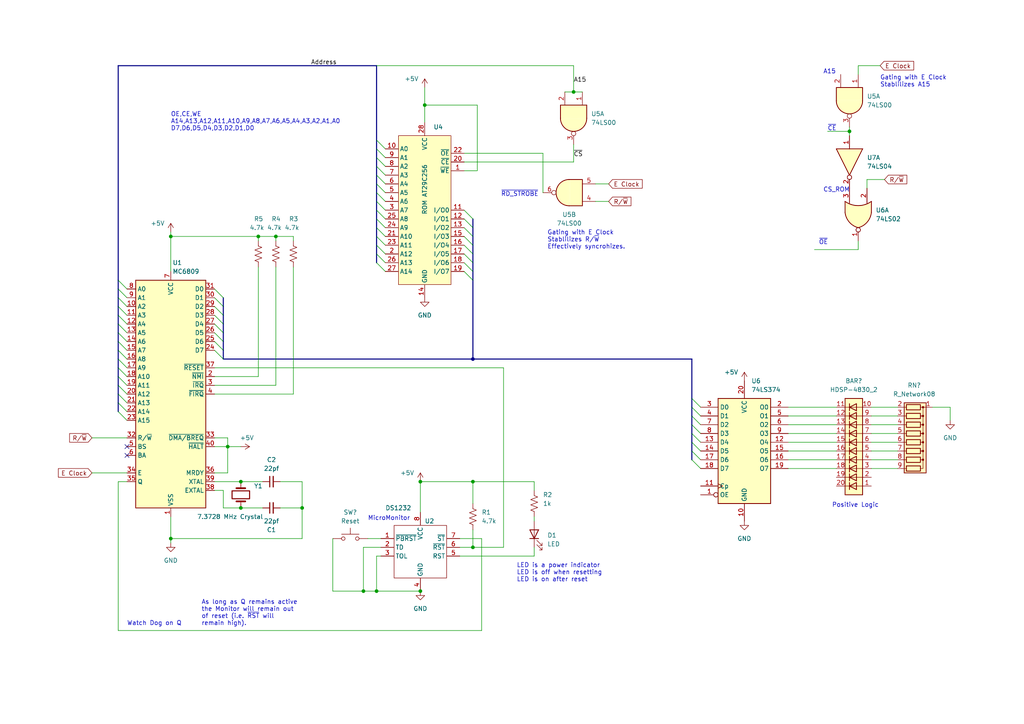
<source format=kicad_sch>
(kicad_sch (version 20211123) (generator eeschema)
  (paper "A4")
  (title_block (title "ROM Test"))
  (lib_symbols
    (symbol "74xx:74LS00" (pin_names (offset 1.016))
      (property "Reference" "U" (at 0 1.27 0))
      (property "Value" "74LS00" (at 0 -1.27 0))
      (symbol "74LS00_1_1"
        (pin input line (at -7.62 2.54 0) (length 3.81) (name "~") (number "1"))
        (pin input line (at -7.62 -2.54 0) (length 3.81) (name "~") (number "2"))
        (pin output inverted (at 7.62 0 180) (length 3.81) (name "~") (number "3"))
      )
      (symbol "74LS00_1_2"
        (pin input inverted (at -7.62 2.54 0) (length 4.318) (name "~") (number "1"))
        (pin input inverted (at -7.62 -2.54 0) (length 4.318) (name "~") (number "2"))
        (pin output line (at 7.62 0 180) (length 3.81) (name "~") (number "3"))
      )
      (symbol "74LS00_2_1"
        (pin input line (at -7.62 2.54 0) (length 3.81) (name "~") (number "4"))
        (pin input line (at -7.62 -2.54 0) (length 3.81) (name "~") (number "5"))
        (pin output inverted (at 7.62 0 180) (length 3.81) (name "~") (number "6"))
      )
      (symbol "74LS00_2_2"
        (pin input inverted (at -7.62 2.54 0) (length 4.318) (name "~") (number "4"))
        (pin input inverted (at -7.62 -2.54 0) (length 4.318) (name "~") (number "5"))
        (pin output line (at 7.62 0 180) (length 3.81) (name "~") (number "6"))
      )
      (symbol "74LS00_3_1"
        (pin input line (at -7.62 -2.54 0) (length 3.81) (name "~") (number "10"))
        (pin output inverted (at 7.62 0 180) (length 3.81) (name "~") (number "8"))
        (pin input line (at -7.62 2.54 0) (length 3.81) (name "~") (number "9"))
      )
      (symbol "74LS00_3_2"
        (pin input inverted (at -7.62 -2.54 0) (length 4.318) (name "~") (number "10"))
        (pin output line (at 7.62 0 180) (length 3.81) (name "~") (number "8"))
        (pin input inverted (at -7.62 2.54 0) (length 4.318) (name "~") (number "9"))
      )
      (symbol "74LS00_4_1"
        (pin output inverted (at 7.62 0 180) (length 3.81) (name "~") (number "11"))
        (pin input line (at -7.62 2.54 0) (length 3.81) (name "~") (number "12"))
        (pin input line (at -7.62 -2.54 0) (length 3.81) (name "~") (number "13"))
      )
      (symbol "74LS00_4_2"
        (pin output line (at 7.62 0 180) (length 3.81) (name "~") (number "11"))
        (pin input inverted (at -7.62 2.54 0) (length 4.318) (name "~") (number "12"))
        (pin input inverted (at -7.62 -2.54 0) (length 4.318) (name "~") (number "13"))
      )
      (symbol "74LS00_5_0"
        (pin power_in line (at 0 12.7 270) (length 5.08) (name "VCC") (number "14"))
        (pin power_in line (at 0 -12.7 90) (length 5.08) (name "GND") (number "7"))
      )
    )
    (symbol "74xx:74LS02" (pin_names (offset 1.016))
      (property "Reference" "U" (at 0 1.27 0))
      (property "Value" "74LS02" (at 0 -1.27 0))
      (symbol "74LS02_1_1"
        (pin output inverted (at 7.62 0 180) (length 3.81) (name "~") (number "1"))
        (pin input line (at -7.62 2.54 0) (length 4.318) (name "~") (number "2"))
        (pin input line (at -7.62 -2.54 0) (length 4.318) (name "~") (number "3"))
      )
      (symbol "74LS02_1_2"
        (pin output line (at 7.62 0 180) (length 3.81) (name "~") (number "1"))
        (pin input inverted (at -7.62 2.54 0) (length 3.81) (name "~") (number "2"))
        (pin input inverted (at -7.62 -2.54 0) (length 3.81) (name "~") (number "3"))
      )
      (symbol "74LS02_2_1"
        (pin output inverted (at 7.62 0 180) (length 3.81) (name "~") (number "4"))
        (pin input line (at -7.62 2.54 0) (length 4.318) (name "~") (number "5"))
        (pin input line (at -7.62 -2.54 0) (length 4.318) (name "~") (number "6"))
      )
      (symbol "74LS02_2_2"
        (pin output line (at 7.62 0 180) (length 3.81) (name "~") (number "4"))
        (pin input inverted (at -7.62 2.54 0) (length 3.81) (name "~") (number "5"))
        (pin input inverted (at -7.62 -2.54 0) (length 3.81) (name "~") (number "6"))
      )
      (symbol "74LS02_3_1"
        (pin output inverted (at 7.62 0 180) (length 3.81) (name "~") (number "10"))
        (pin input line (at -7.62 2.54 0) (length 4.318) (name "~") (number "8"))
        (pin input line (at -7.62 -2.54 0) (length 4.318) (name "~") (number "9"))
      )
      (symbol "74LS02_3_2"
        (pin output line (at 7.62 0 180) (length 3.81) (name "~") (number "10"))
        (pin input inverted (at -7.62 2.54 0) (length 3.81) (name "~") (number "8"))
        (pin input inverted (at -7.62 -2.54 0) (length 3.81) (name "~") (number "9"))
      )
      (symbol "74LS02_4_1"
        (pin input line (at -7.62 2.54 0) (length 4.318) (name "~") (number "11"))
        (pin input line (at -7.62 -2.54 0) (length 4.318) (name "~") (number "12"))
        (pin output inverted (at 7.62 0 180) (length 3.81) (name "~") (number "13"))
      )
      (symbol "74LS02_4_2"
        (pin input inverted (at -7.62 2.54 0) (length 3.81) (name "~") (number "11"))
        (pin input inverted (at -7.62 -2.54 0) (length 3.81) (name "~") (number "12"))
        (pin output line (at 7.62 0 180) (length 3.81) (name "~") (number "13"))
      )
      (symbol "74LS02_5_0"
        (pin power_in line (at 0 12.7 270) (length 5.08) (name "VCC") (number "14"))
        (pin power_in line (at 0 -12.7 90) (length 5.08) (name "GND") (number "7"))
      )
    )
    (symbol "74xx:74LS04"
      (property "Reference" "U" (at 0 1.27 0))
      (property "Value" "74LS04" (at 0 -1.27 0))
      (symbol "74LS04_1_0"
        (pin input line (at -7.62 0 0) (length 3.81) (name "~") (number "1"))
        (pin output inverted (at 7.62 0 180) (length 3.81) (name "~") (number "2"))
      )
      (symbol "74LS04_2_0"
        (pin input line (at -7.62 0 0) (length 3.81) (name "~") (number "3"))
        (pin output inverted (at 7.62 0 180) (length 3.81) (name "~") (number "4"))
      )
      (symbol "74LS04_3_0"
        (pin input line (at -7.62 0 0) (length 3.81) (name "~") (number "5"))
        (pin output inverted (at 7.62 0 180) (length 3.81) (name "~") (number "6"))
      )
      (symbol "74LS04_4_0"
        (pin output inverted (at 7.62 0 180) (length 3.81) (name "~") (number "8"))
        (pin input line (at -7.62 0 0) (length 3.81) (name "~") (number "9"))
      )
      (symbol "74LS04_5_0"
        (pin output inverted (at 7.62 0 180) (length 3.81) (name "~") (number "10"))
        (pin input line (at -7.62 0 0) (length 3.81) (name "~") (number "11"))
      )
      (symbol "74LS04_6_0"
        (pin output inverted (at 7.62 0 180) (length 3.81) (name "~") (number "12"))
        (pin input line (at -7.62 0 0) (length 3.81) (name "~") (number "13"))
      )
      (symbol "74LS04_7_0"
        (pin power_in line (at 0 12.7 270) (length 5.08) (name "VCC") (number "14"))
        (pin power_in line (at 0 -12.7 90) (length 5.08) (name "GND") (number "7"))
      )
    )
    (symbol "74xx:74LS374"
      (property "Reference" "U" (at -7.62 16.51 0))
      (property "Value" "74LS374" (at -7.62 -16.51 0))
      (symbol "74LS374_1_0"
        (pin input inverted (at -12.7 -12.7 0) (length 5.08) (name "OE") (number "1"))
        (pin power_in line (at 0 -20.32 90) (length 5.08) (name "GND") (number "10"))
        (pin input clock (at -12.7 -10.16 0) (length 5.08) (name "Cp") (number "11"))
        (pin tri_state line (at 12.7 2.54 180) (length 5.08) (name "O4") (number "12"))
        (pin input line (at -12.7 2.54 0) (length 5.08) (name "D4") (number "13"))
        (pin input line (at -12.7 0 0) (length 5.08) (name "D5") (number "14"))
        (pin tri_state line (at 12.7 0 180) (length 5.08) (name "O5") (number "15"))
        (pin tri_state line (at 12.7 -2.54 180) (length 5.08) (name "O6") (number "16"))
        (pin input line (at -12.7 -2.54 0) (length 5.08) (name "D6") (number "17"))
        (pin input line (at -12.7 -5.08 0) (length 5.08) (name "D7") (number "18"))
        (pin tri_state line (at 12.7 -5.08 180) (length 5.08) (name "O7") (number "19"))
        (pin tri_state line (at 12.7 12.7 180) (length 5.08) (name "O0") (number "2"))
        (pin power_in line (at 0 20.32 270) (length 5.08) (name "VCC") (number "20"))
        (pin input line (at -12.7 12.7 0) (length 5.08) (name "D0") (number "3"))
        (pin input line (at -12.7 10.16 0) (length 5.08) (name "D1") (number "4"))
        (pin tri_state line (at 12.7 10.16 180) (length 5.08) (name "O1") (number "5"))
        (pin tri_state line (at 12.7 7.62 180) (length 5.08) (name "O2") (number "6"))
        (pin input line (at -12.7 7.62 0) (length 5.08) (name "D2") (number "7"))
        (pin input line (at -12.7 5.08 0) (length 5.08) (name "D3") (number "8"))
        (pin tri_state line (at 12.7 5.08 180) (length 5.08) (name "O3") (number "9"))
      )
    )
    (symbol "CPU_NXP_6800:MC6809"
      (property "Reference" "U" (at -7.62 34.29 0))
      (property "Value" "MC6809" (at 10.16 34.29 0))
      (symbol "MC6809_1_1"
        (pin power_in line (at 0 -35.56 90) (length 2.54) (name "VSS") (number "1"))
        (pin output line (at 12.7 25.4 180) (length 2.54) (name "A2") (number "10"))
        (pin output line (at 12.7 22.86 180) (length 2.54) (name "A3") (number "11"))
        (pin output line (at 12.7 20.32 180) (length 2.54) (name "A4") (number "12"))
        (pin output line (at 12.7 17.78 180) (length 2.54) (name "A5") (number "13"))
        (pin output line (at 12.7 15.24 180) (length 2.54) (name "A6") (number "14"))
        (pin output line (at 12.7 12.7 180) (length 2.54) (name "A7") (number "15"))
        (pin output line (at 12.7 10.16 180) (length 2.54) (name "A8") (number "16"))
        (pin output line (at 12.7 7.62 180) (length 2.54) (name "A9") (number "17"))
        (pin output line (at 12.7 5.08 180) (length 2.54) (name "A10") (number "18"))
        (pin output line (at 12.7 2.54 180) (length 2.54) (name "A11") (number "19"))
        (pin input line (at -12.7 5.08 0) (length 2.54) (name "~{NMI}") (number "2"))
        (pin output line (at 12.7 0 180) (length 2.54) (name "A12") (number "20"))
        (pin output line (at 12.7 -2.54 180) (length 2.54) (name "A13") (number "21"))
        (pin output line (at 12.7 -5.08 180) (length 2.54) (name "A14") (number "22"))
        (pin output line (at 12.7 -7.62 180) (length 2.54) (name "A15") (number "23"))
        (pin bidirectional line (at -12.7 12.7 0) (length 2.54) (name "D7") (number "24"))
        (pin bidirectional line (at -12.7 15.24 0) (length 2.54) (name "D6") (number "25"))
        (pin bidirectional line (at -12.7 17.78 0) (length 2.54) (name "D5") (number "26"))
        (pin bidirectional line (at -12.7 20.32 0) (length 2.54) (name "D4") (number "27"))
        (pin bidirectional line (at -12.7 22.86 0) (length 2.54) (name "D3") (number "28"))
        (pin bidirectional line (at -12.7 25.4 0) (length 2.54) (name "D2") (number "29"))
        (pin input line (at -12.7 2.54 0) (length 2.54) (name "~{IRQ}") (number "3"))
        (pin bidirectional line (at -12.7 27.94 0) (length 2.54) (name "D1") (number "30"))
        (pin bidirectional line (at -12.7 30.48 0) (length 2.54) (name "D0") (number "31"))
        (pin output line (at 12.7 -12.7 180) (length 2.54) (name "R/~{W}") (number "32"))
        (pin input line (at -12.7 -12.7 0) (length 2.54) (name "~{DMA/BREQ}") (number "33"))
        (pin output line (at 12.7 -22.86 180) (length 2.54) (name "E") (number "34"))
        (pin output line (at 12.7 -25.4 180) (length 2.54) (name "Q") (number "35"))
        (pin input line (at -12.7 -22.86 0) (length 2.54) (name "MRDY") (number "36"))
        (pin input line (at -12.7 7.62 0) (length 2.54) (name "~{RESET}") (number "37"))
        (pin input line (at -12.7 -27.94 0) (length 2.54) (name "EXTAL") (number "38"))
        (pin input line (at -12.7 -25.4 0) (length 2.54) (name "XTAL") (number "39"))
        (pin input line (at -12.7 0 0) (length 2.54) (name "~{FIRQ}") (number "4"))
        (pin input line (at -12.7 -15.24 0) (length 2.54) (name "~{HALT}") (number "40"))
        (pin output line (at 12.7 -15.24 180) (length 2.54) (name "BS") (number "5"))
        (pin output line (at 12.7 -17.78 180) (length 2.54) (name "BA") (number "6"))
        (pin power_in line (at 0 35.56 270) (length 2.54) (name "VCC") (number "7"))
        (pin output line (at 12.7 30.48 180) (length 2.54) (name "A0") (number "8"))
        (pin output line (at 12.7 27.94 180) (length 2.54) (name "A1") (number "9"))
      )
    )
    (symbol "Device:C_Small" (pin_numbers hide) (pin_names (offset 0.254) hide)
      (property "Reference" "C" (at 0.254 1.778 0))
      (property "Value" "C_Small" (at 0.254 -2.032 0))
      (symbol "C_Small_1_1"
        (pin passive line (at 0 2.54 270) (length 2.032) (name "~") (number "1"))
        (pin passive line (at 0 -2.54 90) (length 2.032) (name "~") (number "2"))
      )
    )
    (symbol "Device:Crystal" (pin_numbers hide) (pin_names (offset 1.016) hide)
      (property "Reference" "Y" (at 0 3.81 0))
      (property "Value" "Crystal" (at 0 -3.81 0))
      (symbol "Crystal_1_1"
        (pin passive line (at -3.81 0 0) (length 1.27) (name "1") (number "1"))
        (pin passive line (at 3.81 0 180) (length 1.27) (name "2") (number "2"))
      )
    )
    (symbol "Device:LED" (pin_numbers hide) (pin_names (offset 1.016) hide)
      (property "Reference" "D" (at 0 2.54 0))
      (property "Value" "LED" (at 0 -2.54 0))
      (symbol "LED_1_1"
        (pin passive line (at -3.81 0 0) (length 2.54) (name "K") (number "1"))
        (pin passive line (at 3.81 0 180) (length 2.54) (name "A") (number "2"))
      )
    )
    (symbol "Device:R_Network08" (pin_names (offset 0) hide)
      (property "Reference" "RN" (at -12.7 0 90))
      (property "Value" "R_Network08" (at 10.16 0 90))
      (symbol "R_Network08_1_1"
        (pin passive line (at -10.16 5.08 270) (length 2.54) (name "common") (number "1"))
        (pin passive line (at -10.16 -5.08 90) (length 1.27) (name "R1") (number "2"))
        (pin passive line (at -7.62 -5.08 90) (length 1.27) (name "R2") (number "3"))
        (pin passive line (at -5.08 -5.08 90) (length 1.27) (name "R3") (number "4"))
        (pin passive line (at -2.54 -5.08 90) (length 1.27) (name "R4") (number "5"))
        (pin passive line (at 0 -5.08 90) (length 1.27) (name "R5") (number "6"))
        (pin passive line (at 2.54 -5.08 90) (length 1.27) (name "R6") (number "7"))
        (pin passive line (at 5.08 -5.08 90) (length 1.27) (name "R7") (number "8"))
        (pin passive line (at 7.62 -5.08 90) (length 1.27) (name "R8") (number "9"))
      )
    )
    (symbol "Device:R_US" (pin_numbers hide) (pin_names (offset 0))
      (property "Reference" "R" (at 2.54 0 90))
      (property "Value" "R_US" (at -2.54 0 90))
      (symbol "R_US_1_1"
        (pin passive line (at 0 3.81 270) (length 1.27) (name "~") (number "1"))
        (pin passive line (at 0 -3.81 90) (length 1.27) (name "~") (number "2"))
      )
    )
    (symbol "LED:HDSP-4830_2" (pin_names (offset 1.016) hide)
      (property "Reference" "BAR" (at 0 15.24 0))
      (property "Value" "HDSP-4830_2" (at 0 -17.78 0))
      (symbol "HDSP-4830_2_1_1"
        (pin passive line (at -5.08 10.16 0) (length 2.54) (name "A") (number "1"))
        (pin passive line (at -5.08 -12.7 0) (length 2.54) (name "A") (number "10"))
        (pin passive line (at 5.08 -12.7 180) (length 2.54) (name "K") (number "11"))
        (pin passive line (at 5.08 -10.16 180) (length 2.54) (name "K") (number "12"))
        (pin passive line (at 5.08 -7.62 180) (length 2.54) (name "K") (number "13"))
        (pin passive line (at 5.08 -5.08 180) (length 2.54) (name "K") (number "14"))
        (pin passive line (at 5.08 -2.54 180) (length 2.54) (name "K") (number "15"))
        (pin passive line (at 5.08 0 180) (length 2.54) (name "K") (number "16"))
        (pin passive line (at 5.08 2.54 180) (length 2.54) (name "K") (number "17"))
        (pin passive line (at 5.08 5.08 180) (length 2.54) (name "K") (number "18"))
        (pin passive line (at 5.08 7.62 180) (length 2.54) (name "K") (number "19"))
        (pin passive line (at -5.08 7.62 0) (length 2.54) (name "A") (number "2"))
        (pin passive line (at 5.08 10.16 180) (length 2.54) (name "K") (number "20"))
        (pin passive line (at -5.08 5.08 0) (length 2.54) (name "A") (number "3"))
        (pin passive line (at -5.08 2.54 0) (length 2.54) (name "A") (number "4"))
        (pin passive line (at -5.08 0 0) (length 2.54) (name "A") (number "5"))
        (pin passive line (at -5.08 -2.54 0) (length 2.54) (name "A") (number "6"))
        (pin passive line (at -5.08 -5.08 0) (length 2.54) (name "A") (number "7"))
        (pin passive line (at -5.08 -7.62 0) (length 2.54) (name "A") (number "8"))
        (pin passive line (at -5.08 -10.16 0) (length 2.54) (name "A") (number "9"))
      )
    )
    (symbol "Switch:SW_Push" (pin_numbers hide) (pin_names (offset 1.016) hide)
      (property "Reference" "SW" (at 1.27 2.54 0))
      (property "Value" "SW_Push" (at 0 -1.524 0))
      (symbol "SW_Push_0_1"
        (pin passive line (at -5.08 0 0) (length 2.54) (name "1") (number "1"))
        (pin passive line (at 5.08 0 180) (length 2.54) (name "2") (number "2"))
      )
    )
    (symbol "Will_Symbols:AT29C256"
      (property "Reference" "U" (at 2.54 20.32 0))
      (property "Value" "AT29C256" (at 0 0 90))
      (symbol "AT29C256_1_1"
        (pin input line (at 11.43 8.89 180) (length 3.7) (name "~{WE}") (number "1"))
        (pin input line (at -11.43 15.24 0) (length 3.7) (name "A0") (number "10"))
        (pin bidirectional line (at 11.43 -2.54 180) (length 3.7) (name "I/O0") (number "11"))
        (pin bidirectional line (at 11.43 -5.08 180) (length 3.7) (name "I/O1") (number "12"))
        (pin bidirectional line (at 11.43 -7.62 180) (length 3.7) (name "I/O2") (number "13"))
        (pin power_in line (at 0 -27.94 90) (length 3.7) (name "GND") (number "14"))
        (pin bidirectional line (at 11.43 -10.16 180) (length 3.7) (name "I/O3") (number "15"))
        (pin bidirectional line (at 11.43 -12.7 180) (length 3.7) (name "I/O4") (number "16"))
        (pin bidirectional line (at 11.43 -15.24 180) (length 3.7) (name "I/O5") (number "17"))
        (pin bidirectional line (at 11.43 -17.78 180) (length 3.7) (name "I/O6") (number "18"))
        (pin bidirectional line (at 11.43 -20.32 180) (length 3.7) (name "I/O7") (number "19"))
        (pin input line (at -11.43 -15.24 0) (length 3.7) (name "A12") (number "2"))
        (pin input line (at 11.43 11.43 180) (length 3.7) (name "~{CE}") (number "20"))
        (pin input line (at -11.43 -10.16 0) (length 3.7) (name "A10") (number "21"))
        (pin input line (at 11.43 13.97 180) (length 3.7) (name "~{OE}") (number "22"))
        (pin input line (at -11.43 -12.7 0) (length 3.7) (name "A11") (number "23"))
        (pin input line (at -11.43 -7.62 0) (length 3.7) (name "A9") (number "24"))
        (pin input line (at -11.43 -5.08 0) (length 3.7) (name "A8") (number "25"))
        (pin input line (at -11.43 -17.78 0) (length 3.7) (name "A13") (number "26"))
        (pin input line (at -11.43 -20.32 0) (length 3.7) (name "A14") (number "27"))
        (pin power_in line (at 0 22.86 270) (length 3.7) (name "VCC") (number "28"))
        (pin input line (at -11.43 -2.54 0) (length 3.7) (name "A7") (number "3"))
        (pin input line (at -11.43 0 0) (length 3.7) (name "A6") (number "4"))
        (pin input line (at -11.43 2.54 0) (length 3.7) (name "A5") (number "5"))
        (pin input line (at -11.43 5.08 0) (length 3.7) (name "A4") (number "6"))
        (pin input line (at -11.43 7.62 0) (length 3.7) (name "A3") (number "7"))
        (pin input line (at -11.43 10.16 0) (length 3.7) (name "A2") (number "8"))
        (pin input line (at -11.43 12.7 0) (length 3.7) (name "A1") (number "9"))
      )
    )
    (symbol "Will_Symbols:DS1232"
      (property "Reference" "U" (at 3.81 12.7 0))
      (property "Value" "DS1232" (at 6.35 10.16 0))
      (symbol "DS1232_1_1"
        (pin input line (at -11.43 3.81 0) (length 3.7) (name "~{PBRST}") (number "1"))
        (pin passive line (at -11.43 1.27 0) (length 3.7) (name "TD") (number "2"))
        (pin passive line (at -11.43 -1.27 0) (length 3.7) (name "TOL") (number "3"))
        (pin power_in line (at 0 -11.43 90) (length 3.7) (name "GND") (number "4"))
        (pin output line (at 11.43 -1.27 180) (length 3.7) (name "RST") (number "5"))
        (pin output line (at 11.43 1.27 180) (length 3.7) (name "~{RST}") (number "6"))
        (pin input line (at 11.43 3.81 180) (length 3.7) (name "~{ST}") (number "7"))
        (pin power_in line (at 0 11.43 270) (length 3.7) (name "VCC") (number "8"))
      )
    )
    (symbol "power:+5V" (power) (pin_names (offset 0))
      (property "Value" "+5V" (at 0 3.556 0))
      (symbol "+5V_1_1"
        (pin power_in line (at 0 0 90) (length 0) hide (name "+5V") (number "1"))
      )
    )
    (symbol "power:GND" (power) (pin_names (offset 0))
      (property "Value" "GND" (at 0 -3.81 0))
      (symbol "GND_1_1"
        (pin power_in line (at 0 0 270) (length 0) hide (name "GND") (number "1"))
      )
    )
  )
  (junction (at 246.38 38.1))
  (junction (at 66.04 129.54))
  (junction (at 69.85 139.7))
  (junction (at 87.63 147.32))
  (junction (at 74.93 68.58))
  (junction (at 137.16 158.75))
  (junction (at 49.53 156.21))
  (junction (at 121.92 171.45))
  (junction (at 137.16 104.14))
  (junction (at 49.53 68.58))
  (junction (at 121.92 139.7))
  (junction (at 105.41 171.45))
  (junction (at 109.22 171.45))
  (junction (at 137.16 139.7))
  (junction (at 69.85 147.32))
  (junction (at 123.19 30.48))
  (junction (at 166.37 26.67))
  (junction (at 80.01 68.58))
  (no_connect (at 36.83 132.08))
  (no_connect (at 36.83 129.54))
  (bus_entry (at 34.29 119.38) (size 2.54 2.54))
  (bus_entry (at 34.29 88.9) (size 2.54 2.54))
  (bus_entry (at 34.29 91.44) (size 2.54 2.54))
  (bus_entry (at 34.29 93.98) (size 2.54 2.54))
  (bus_entry (at 34.29 96.52) (size 2.54 2.54))
  (bus_entry (at 34.29 99.06) (size 2.54 2.54))
  (bus_entry (at 34.29 104.14) (size 2.54 2.54))
  (bus_entry (at 34.29 106.68) (size 2.54 2.54))
  (bus_entry (at 34.29 109.22) (size 2.54 2.54))
  (bus_entry (at 34.29 111.76) (size 2.54 2.54))
  (bus_entry (at 34.29 114.3) (size 2.54 2.54))
  (bus_entry (at 34.29 116.84) (size 2.54 2.54))
  (bus_entry (at 34.29 101.6) (size 2.54 2.54))
  (bus_entry (at 34.29 86.36) (size 2.54 2.54))
  (bus_entry (at 109.22 60.96) (size 2.54 2.54))
  (bus_entry (at 109.22 63.5) (size 2.54 2.54))
  (bus_entry (at 109.22 66.04) (size 2.54 2.54))
  (bus_entry (at 109.22 68.58) (size 2.54 2.54))
  (bus_entry (at 109.22 71.12) (size 2.54 2.54))
  (bus_entry (at 34.29 81.28) (size 2.54 2.54))
  (bus_entry (at 34.29 83.82) (size 2.54 2.54))
  (bus_entry (at 109.22 48.26) (size 2.54 2.54))
  (bus_entry (at 109.22 50.8) (size 2.54 2.54))
  (bus_entry (at 109.22 53.34) (size 2.54 2.54))
  (bus_entry (at 109.22 55.88) (size 2.54 2.54))
  (bus_entry (at 109.22 58.42) (size 2.54 2.54))
  (bus_entry (at 109.22 76.2) (size 2.54 2.54))
  (bus_entry (at 109.22 73.66) (size 2.54 2.54))
  (bus_entry (at 109.22 40.64) (size 2.54 2.54))
  (bus_entry (at 109.22 43.18) (size 2.54 2.54))
  (bus_entry (at 109.22 45.72) (size 2.54 2.54))
  (bus_entry (at 134.62 60.96) (size 2.54 2.54))
  (bus_entry (at 134.62 63.5) (size 2.54 2.54))
  (bus_entry (at 134.62 66.04) (size 2.54 2.54))
  (bus_entry (at 134.62 68.58) (size 2.54 2.54))
  (bus_entry (at 134.62 71.12) (size 2.54 2.54))
  (bus_entry (at 134.62 73.66) (size 2.54 2.54))
  (bus_entry (at 134.62 76.2) (size 2.54 2.54))
  (bus_entry (at 134.62 78.74) (size 2.54 2.54))
  (bus_entry (at 64.77 104.14) (size -2.54 -2.54))
  (bus_entry (at 64.77 91.44) (size -2.54 -2.54))
  (bus_entry (at 64.77 86.36) (size -2.54 -2.54))
  (bus_entry (at 64.77 88.9) (size -2.54 -2.54))
  (bus_entry (at 64.77 93.98) (size -2.54 -2.54))
  (bus_entry (at 64.77 99.06) (size -2.54 -2.54))
  (bus_entry (at 64.77 101.6) (size -2.54 -2.54))
  (bus_entry (at 64.77 96.52) (size -2.54 -2.54))
  (bus_entry (at 200.66 120.65) (size 2.54 2.54))
  (bus_entry (at 200.66 125.73) (size 2.54 2.54))
  (bus_entry (at 200.66 128.27) (size 2.54 2.54))
  (bus_entry (at 200.66 130.81) (size 2.54 2.54))
  (bus_entry (at 200.66 133.35) (size 2.54 2.54))
  (bus_entry (at 200.66 123.19) (size 2.54 2.54))
  (bus_entry (at 200.66 115.57) (size 2.54 2.54))
  (bus_entry (at 200.66 118.11) (size 2.54 2.54))
  (wire (pts (xy 252.73 128.27) (xy 260.35 128.27)))
  (bus (pts (xy 200.66 118.11) (xy 200.66 120.65)))
  (wire (pts (xy 154.94 142.24) (xy 154.94 139.7)))
  (wire (pts (xy 110.49 161.29) (xy 109.22 161.29)))
  (wire (pts (xy 62.23 129.54) (xy 66.04 129.54)))
  (wire (pts (xy 252.73 135.89) (xy 260.35 135.89)))
  (bus (pts (xy 109.22 55.88) (xy 109.22 58.42)))
  (wire (pts (xy 228.6 125.73) (xy 242.57 125.73)))
  (bus (pts (xy 137.16 76.2) (xy 137.16 78.74)))
  (bus (pts (xy 34.29 109.22) (xy 34.29 106.68)))
  (wire (pts (xy 62.23 137.16) (xy 66.04 137.16)))
  (wire (pts (xy 139.7 182.88) (xy 139.7 156.21)))
  (wire (pts (xy 252.73 130.81) (xy 260.35 130.81)))
  (wire (pts (xy 154.94 161.29) (xy 133.35 161.29)))
  (bus (pts (xy 200.66 104.14) (xy 200.66 115.57)))
  (wire (pts (xy 134.62 46.99) (xy 166.37 46.99)))
  (bus (pts (xy 109.22 58.42) (xy 109.22 60.96)))
  (bus (pts (xy 64.77 88.9) (xy 64.77 91.44)))
  (bus (pts (xy 34.29 111.76) (xy 34.29 109.22)))
  (bus (pts (xy 34.29 116.84) (xy 34.29 114.3)))
  (bus (pts (xy 64.77 91.44) (xy 64.77 93.98)))
  (wire (pts (xy 176.53 53.34) (xy 172.72 53.34)))
  (wire (pts (xy 96.52 171.45) (xy 105.41 171.45)))
  (wire (pts (xy 137.16 139.7) (xy 137.16 146.05)))
  (wire (pts (xy 62.23 106.68) (xy 146.05 106.68)))
  (wire (pts (xy 248.92 72.39) (xy 236.22 72.39)))
  (wire (pts (xy 228.6 128.27) (xy 242.57 128.27)))
  (wire (pts (xy 123.19 30.48) (xy 123.19 35.56)))
  (bus (pts (xy 137.16 78.74) (xy 137.16 81.28)))
  (wire (pts (xy 252.73 118.11) (xy 260.35 118.11)))
  (wire (pts (xy 87.63 156.21) (xy 49.53 156.21)))
  (bus (pts (xy 109.22 45.72) (xy 109.22 48.26)))
  (wire (pts (xy 66.04 137.16) (xy 66.04 129.54)))
  (wire (pts (xy 109.22 19.05) (xy 166.37 19.05)))
  (bus (pts (xy 34.29 119.38) (xy 34.29 116.84)))
  (bus (pts (xy 109.22 40.64) (xy 109.22 43.18)))
  (bus (pts (xy 34.29 19.05) (xy 34.29 81.28)))
  (wire (pts (xy 62.23 139.7) (xy 69.85 139.7)))
  (wire (pts (xy 96.52 156.21) (xy 96.52 171.45)))
  (bus (pts (xy 200.66 130.81) (xy 200.66 133.35)))
  (wire (pts (xy 154.94 139.7) (xy 137.16 139.7)))
  (bus (pts (xy 200.66 115.57) (xy 200.66 118.11)))
  (wire (pts (xy 26.67 137.16) (xy 36.83 137.16)))
  (wire (pts (xy 69.85 147.32) (xy 64.77 147.32)))
  (wire (pts (xy 64.77 142.24) (xy 62.23 142.24)))
  (bus (pts (xy 34.29 101.6) (xy 34.29 99.06)))
  (wire (pts (xy 251.46 52.07) (xy 251.46 54.61)))
  (bus (pts (xy 109.22 50.8) (xy 109.22 53.34)))
  (bus (pts (xy 200.66 125.73) (xy 200.66 128.27)))
  (wire (pts (xy 109.22 171.45) (xy 121.92 171.45)))
  (bus (pts (xy 109.22 71.12) (xy 109.22 73.66)))
  (bus (pts (xy 109.22 53.34) (xy 109.22 55.88)))
  (wire (pts (xy 228.6 118.11) (xy 242.57 118.11)))
  (wire (pts (xy 133.35 158.75) (xy 137.16 158.75)))
  (wire (pts (xy 69.85 147.32) (xy 76.2 147.32)))
  (bus (pts (xy 109.22 19.05) (xy 109.22 40.64)))
  (wire (pts (xy 252.73 120.65) (xy 260.35 120.65)))
  (wire (pts (xy 66.04 129.54) (xy 69.85 129.54)))
  (bus (pts (xy 109.22 68.58) (xy 109.22 71.12)))
  (wire (pts (xy 34.29 139.7) (xy 36.83 139.7)))
  (wire (pts (xy 106.68 156.21) (xy 110.49 156.21)))
  (wire (pts (xy 228.6 120.65) (xy 242.57 120.65)))
  (wire (pts (xy 138.43 30.48) (xy 123.19 30.48)))
  (wire (pts (xy 80.01 111.76) (xy 80.01 77.47)))
  (wire (pts (xy 166.37 26.67) (xy 168.91 26.67)))
  (wire (pts (xy 85.09 114.3) (xy 85.09 77.47)))
  (bus (pts (xy 109.22 66.04) (xy 109.22 68.58)))
  (wire (pts (xy 109.22 161.29) (xy 109.22 171.45)))
  (bus (pts (xy 200.66 123.19) (xy 200.66 125.73)))
  (wire (pts (xy 69.85 139.7) (xy 76.2 139.7)))
  (wire (pts (xy 49.53 149.86) (xy 49.53 156.21)))
  (bus (pts (xy 109.22 73.66) (xy 109.22 76.2)))
  (bus (pts (xy 64.77 99.06) (xy 64.77 101.6)))
  (bus (pts (xy 137.16 81.28) (xy 137.16 104.14)))
  (wire (pts (xy 85.09 69.85) (xy 85.09 68.58)))
  (wire (pts (xy 62.23 111.76) (xy 80.01 111.76)))
  (bus (pts (xy 137.16 104.14) (xy 200.66 104.14)))
  (wire (pts (xy 81.28 147.32) (xy 87.63 147.32)))
  (bus (pts (xy 64.77 104.14) (xy 137.16 104.14)))
  (bus (pts (xy 34.29 93.98) (xy 34.29 91.44)))
  (wire (pts (xy 157.48 55.88) (xy 157.48 44.45)))
  (wire (pts (xy 74.93 68.58) (xy 49.53 68.58)))
  (wire (pts (xy 134.62 49.53) (xy 138.43 49.53)))
  (wire (pts (xy 34.29 182.88) (xy 34.29 139.7)))
  (wire (pts (xy 166.37 46.99) (xy 166.37 41.91)))
  (wire (pts (xy 81.28 139.7) (xy 87.63 139.7)))
  (bus (pts (xy 64.77 101.6) (xy 64.77 104.14)))
  (wire (pts (xy 123.19 25.4) (xy 123.19 30.48)))
  (wire (pts (xy 228.6 133.35) (xy 242.57 133.35)))
  (wire (pts (xy 166.37 19.05) (xy 166.37 26.67)))
  (bus (pts (xy 34.29 83.82) (xy 34.29 81.28)))
  (wire (pts (xy 105.41 158.75) (xy 105.41 171.45)))
  (bus (pts (xy 137.16 68.58) (xy 137.16 71.12)))
  (wire (pts (xy 154.94 158.75) (xy 154.94 161.29)))
  (wire (pts (xy 133.35 156.21) (xy 139.7 156.21)))
  (wire (pts (xy 252.73 133.35) (xy 260.35 133.35)))
  (wire (pts (xy 248.92 21.59) (xy 248.92 19.05)))
  (wire (pts (xy 228.6 123.19) (xy 242.57 123.19)))
  (wire (pts (xy 240.03 38.1) (xy 246.38 38.1)))
  (bus (pts (xy 200.66 128.27) (xy 200.66 130.81)))
  (wire (pts (xy 146.05 106.68) (xy 146.05 158.75)))
  (wire (pts (xy 74.93 109.22) (xy 74.93 77.47)))
  (bus (pts (xy 34.29 96.52) (xy 34.29 93.98)))
  (bus (pts (xy 34.29 106.68) (xy 34.29 104.14)))
  (bus (pts (xy 137.16 63.5) (xy 137.16 66.04)))
  (bus (pts (xy 34.29 91.44) (xy 34.29 88.9)))
  (wire (pts (xy 49.53 68.58) (xy 49.53 78.74)))
  (wire (pts (xy 74.93 68.58) (xy 74.93 69.85)))
  (bus (pts (xy 109.22 43.18) (xy 109.22 45.72)))
  (bus (pts (xy 109.22 63.5) (xy 109.22 66.04)))
  (wire (pts (xy 256.54 52.07) (xy 251.46 52.07)))
  (bus (pts (xy 34.29 99.06) (xy 34.29 96.52)))
  (bus (pts (xy 34.29 104.14) (xy 34.29 101.6)))
  (wire (pts (xy 228.6 130.81) (xy 242.57 130.81)))
  (wire (pts (xy 49.53 156.21) (xy 49.53 157.48)))
  (wire (pts (xy 34.29 182.88) (xy 139.7 182.88)))
  (wire (pts (xy 137.16 153.67) (xy 137.16 158.75)))
  (wire (pts (xy 87.63 147.32) (xy 87.63 156.21)))
  (wire (pts (xy 163.83 26.67) (xy 166.37 26.67)))
  (wire (pts (xy 246.38 38.1) (xy 246.38 39.37)))
  (bus (pts (xy 34.29 86.36) (xy 34.29 83.82)))
  (bus (pts (xy 64.77 96.52) (xy 64.77 99.06)))
  (bus (pts (xy 109.22 60.96) (xy 109.22 63.5)))
  (wire (pts (xy 110.49 158.75) (xy 105.41 158.75)))
  (wire (pts (xy 66.04 127) (xy 66.04 129.54)))
  (wire (pts (xy 137.16 158.75) (xy 146.05 158.75)))
  (wire (pts (xy 26.67 127) (xy 36.83 127)))
  (wire (pts (xy 252.73 125.73) (xy 260.35 125.73)))
  (wire (pts (xy 87.63 139.7) (xy 87.63 147.32)))
  (wire (pts (xy 121.92 139.7) (xy 121.92 148.59)))
  (wire (pts (xy 154.94 149.86) (xy 154.94 151.13)))
  (wire (pts (xy 275.59 118.11) (xy 275.59 121.92)))
  (bus (pts (xy 137.16 71.12) (xy 137.16 73.66)))
  (wire (pts (xy 248.92 19.05) (xy 255.27 19.05)))
  (bus (pts (xy 64.77 93.98) (xy 64.77 96.52)))
  (bus (pts (xy 34.29 19.05) (xy 109.22 19.05)))
  (wire (pts (xy 248.92 72.39) (xy 248.92 69.85)))
  (wire (pts (xy 176.53 58.42) (xy 172.72 58.42)))
  (bus (pts (xy 137.16 66.04) (xy 137.16 68.58)))
  (wire (pts (xy 62.23 114.3) (xy 85.09 114.3)))
  (bus (pts (xy 34.29 88.9) (xy 34.29 86.36)))
  (wire (pts (xy 85.09 68.58) (xy 80.01 68.58)))
  (wire (pts (xy 157.48 44.45) (xy 134.62 44.45)))
  (wire (pts (xy 62.23 109.22) (xy 74.93 109.22)))
  (wire (pts (xy 121.92 139.7) (xy 137.16 139.7)))
  (bus (pts (xy 137.16 73.66) (xy 137.16 76.2)))
  (bus (pts (xy 64.77 86.36) (xy 64.77 88.9)))
  (wire (pts (xy 62.23 127) (xy 66.04 127)))
  (bus (pts (xy 34.29 114.3) (xy 34.29 111.76)))
  (wire (pts (xy 138.43 49.53) (xy 138.43 30.48)))
  (wire (pts (xy 252.73 123.19) (xy 260.35 123.19)))
  (wire (pts (xy 64.77 147.32) (xy 64.77 142.24)))
  (wire (pts (xy 80.01 68.58) (xy 74.93 68.58)))
  (wire (pts (xy 80.01 68.58) (xy 80.01 69.85)))
  (bus (pts (xy 200.66 120.65) (xy 200.66 123.19)))
  (wire (pts (xy 105.41 171.45) (xy 109.22 171.45)))
  (bus (pts (xy 109.22 48.26) (xy 109.22 50.8)))
  (wire (pts (xy 49.53 67.31) (xy 49.53 68.58)))
  (wire (pts (xy 270.51 118.11) (xy 275.59 118.11)))
  (wire (pts (xy 246.38 36.83) (xy 246.38 38.1)))
  (wire (pts (xy 228.6 135.89) (xy 242.57 135.89)))
  (text "Gating with E Clock\nStablilizes R/~{W}\nEffectively syncrohizes." (at 158.75 72.39 0) (effects (font (size 1.27 1.27)) (justify left bottom)))
  (text "Watch Dog on Q" (at 36.83 181.61 0) (effects (font (size 1.27 1.27)) (justify left bottom)))
  (text "~{OE}" (at 237.49 71.12 0) (effects (font (size 1.27 1.27)) (justify left bottom)))
  (text "MicroMonitor" (at 106.68 151.13 0) (effects (font (size 1.27 1.27)) (justify left bottom)))
  (text "Positive Logic" (at 241.3 147.32 0) (effects (font (size 1.27 1.27)) (justify left bottom)))
  (text "CS_ROM" (at 238.76 55.88 0) (effects (font (size 1.27 1.27)) (justify left bottom)))
  (text "~{CE}" (at 240.03 38.1 0) (effects (font (size 1.27 1.27)) (justify left bottom)))
  (text "LED is a power indicator\nLED is off when resetting\nLED is on after reset" (at 149.86 168.91 0) (effects (font (size 1.27 1.27)) (justify left bottom)))
  (text "As long as Q remains active\nthe Monitor will remain out\nof reset (i.e. ~{RST} will\nremain high)." (at 58.42 181.61 0) (effects (font (size 1.27 1.27)) (justify left bottom)))
  (text "OE,CE,WE\nA14,A13,A12,A11,A10,A9,A8,A7,A6,A5,A4,A3,A2,A1,A0\nD7,D6,D5,D4,D3,D2,D1,D0\n" (at 49.53 38.1 0) (effects (font (size 1.27 1.27)) (justify left bottom)))
  (text "A15" (at 238.76 21.59 0) (effects (font (size 1.27 1.27)) (justify left bottom)))
  (text "~{RD_STROBE}" (at 156.21 57.15 180) (effects (font (size 1.27 1.27)) (justify right bottom)))
  (text "Gating with E Clock\nStablilizes A15" (at 255.27 25.4 0) (effects (font (size 1.27 1.27)) (justify left bottom)))
  (label "~{CS}" (at 166.37 45.72 0))
  (label "A15" (at 166.37 24.13 0))
  (label "Address" (at 90.17 19.05 0))
  (global_label "R{slash}~{W}" (shape input) (at 176.53 58.42 0) (property "Intersheet References" "${INTERSHEET_REFS}" (effects hide)))
  (global_label "R{slash}~{W}" (shape input) (at 26.67 127 180) (property "Intersheet References" "${INTERSHEET_REFS}" (effects hide)))
  (global_label "E Clock" (shape input) (at 176.53 53.34 0) (property "Intersheet References" "${INTERSHEET_REFS}" (effects hide)))
  (global_label "E Clock" (shape input) (at 26.67 137.16 180) (property "Intersheet References" "${INTERSHEET_REFS}" (effects hide)))
  (global_label "R{slash}~{W}" (shape input) (at 256.54 52.07 0) (property "Intersheet References" "${INTERSHEET_REFS}" (effects hide)))
  (global_label "E Clock" (shape input) (at 255.27 19.05 0) (property "Intersheet References" "${INTERSHEET_REFS}" (effects hide)))
  (symbol (lib_id "power:GND") (at 275.59 121.92 0) (unit 1)
    (property "Reference" "#PWR?" (effects hide))
    (property "Value" "GND" (at 275.59 127 0))
  )
  (symbol (lib_id "Device:R_US") (at 74.93 73.66 180) (unit 1)
    (property "Reference" "R5" (at 73.66 63.5 0) (effects (justify right)))
    (property "Value" "4.7k" (at 72.39 66.04 0) (effects (justify right)))
  )
  (symbol (lib_id "power:GND") (at 123.19 86.36 0) (unit 1)
    (property "Reference" "#PWR?" (effects hide))
    (property "Value" "GND" (at 123.19 91.44 0))
  )
  (symbol (lib_id "Device:R_US") (at 85.09 73.66 180) (unit 1)
    (property "Reference" "R3" (at 83.82 63.5 0) (effects (justify right)))
    (property "Value" "4.7k" (at 82.55 66.04 0) (effects (justify right)))
  )
  (symbol (lib_id "power:GND") (at 121.92 171.45 0) (unit 1)
    (property "Reference" "#PWR?" (effects hide))
    (property "Value" "GND" (at 121.92 176.53 0))
  )
  (symbol (lib_id "Will_Symbols:DS1232") (at 121.92 160.02 0) (unit 1)
    (property "Reference" "U2" (at 123.19 151.13 0) (effects (justify left)))
    (property "Value" "DS1232" (at 111.76 147.32 0) (effects (justify left)))
  )
  (symbol (lib_id "power:+5V") (at 69.85 129.54 270) (unit 1)
    (property "Reference" "#PWR?" (effects hide))
    (property "Value" "+5V" (at 73.66 127 90) (effects (justify right)))
  )
  (symbol (lib_id "power:+5V") (at 121.92 139.7 0) (unit 1)
    (property "Reference" "#PWR?" (effects hide))
    (property "Value" "+5V" (at 118.11 137.16 0))
  )
  (symbol (lib_id "power:GND") (at 49.53 157.48 0) (unit 1)
    (property "Reference" "#PWR?" (effects hide))
    (property "Value" "GND" (at 49.53 162.56 0))
  )
  (symbol (lib_id "Switch:SW_Push") (at 101.6 156.21 0) (unit 1)
    (property "Reference" "SW?" (at 101.6 148.59 0))
    (property "Value" "Reset" (at 101.6 151.13 0))
  )
  (symbol (lib_id "power:+5V") (at 123.19 25.4 0) (unit 1)
    (property "Reference" "#PWR?" (effects hide))
    (property "Value" "+5V" (at 119.38 22.86 0))
  )
  (symbol (lib_id "power:+5V") (at 49.53 67.31 0) (unit 1)
    (property "Reference" "#PWR?" (effects hide))
    (property "Value" "+5V" (at 45.72 64.77 0))
  )
  (symbol (lib_id "Device:Crystal") (at 69.85 143.51 90) (unit 1)
    (property "Reference" "Y1" (at 73.66 140.97 90) (effects (justify right)))
    (property "Value" "7.3728 MHz Crystal" (at 57.15 149.86 90) (effects (justify right)))
  )
  (symbol (lib_id "Device:C_Small") (at 78.74 147.32 90) (unit 1)
    (property "Reference" "C1" (at 78.74 153.67 90))
    (property "Value" "22pf" (at 78.74 151.13 90))
  )
  (symbol (lib_id "74xx:74LS02") (at 248.92 62.23 270) (unit 1)
    (property "Reference" "U6" (at 254 60.9599 90) (effects (justify left)))
    (property "Value" "74LS02" (at 254 63.4999 90) (effects (justify left)))
    (property "Datasheet" "http://www.ti.com/lit/gpn/sn74ls02" (effects hide))
  )
  (symbol (lib_id "Device:R_Network08") (at 265.43 128.27 270) (unit 1)
    (property "Reference" "RN?" (at 265.176 111.76 90))
    (property "Value" "R_Network08" (at 265.176 114.3 90))
    (property "Footprint" "Resistor_THT:R_Array_SIP9" (effects hide))
    (property "Datasheet" "http://www.vishay.com/docs/31509/csc.pdf" (effects hide))
  )
  (symbol (lib_id "74xx:74LS00") (at 165.1 55.88 180) (unit 2)
    (property "Reference" "U5" (at 165.1 62.23 0))
    (property "Value" "74LS00" (at 165.1 64.77 0))
    (property "Datasheet" "http://www.ti.com/lit/gpn/sn74ls00" (effects hide))
  )
  (symbol (lib_id "74xx:74LS04") (at 246.38 46.99 270) (unit 1)
    (property "Reference" "U7" (at 251.46 45.7199 90) (effects (justify left)))
    (property "Value" "74LS04" (at 251.46 48.2599 90) (effects (justify left)))
    (property "Datasheet" "http://www.ti.com/lit/gpn/sn74LS04" (effects hide))
  )
  (symbol (lib_id "Device:LED") (at 154.94 154.94 90) (unit 1)
    (property "Reference" "D1" (at 158.75 155.2574 90) (effects (justify right)))
    (property "Value" "LED" (at 158.75 157.7974 90) (effects (justify right)))
  )
  (symbol (lib_id "power:+5V") (at 215.9 110.49 0) (unit 1)
    (property "Reference" "#PWR?" (effects hide))
    (property "Value" "+5V" (at 212.09 107.95 0))
  )
  (symbol (lib_id "74xx:74LS00") (at 246.38 29.21 270) (unit 1)
    (property "Reference" "U5" (at 251.46 27.9399 90) (effects (justify left)))
    (property "Value" "74LS00" (at 251.46 30.4799 90) (effects (justify left)))
    (property "Datasheet" "http://www.ti.com/lit/gpn/sn74ls00" (effects hide))
  )
  (symbol (lib_id "Device:R_US") (at 137.16 149.86 0) (unit 1)
    (property "Reference" "R1" (at 139.7 148.5899 0) (effects (justify left)))
    (property "Value" "4.7k" (at 139.7 151.1299 0) (effects (justify left)))
  )
  (symbol (lib_id "Device:R_US") (at 154.94 146.05 180) (unit 1)
    (property "Reference" "R2" (at 157.48 143.51 0) (effects (justify right)))
    (property "Value" "1k" (at 157.48 146.05 0) (effects (justify right)))
  )
  (symbol (lib_id "Device:C_Small") (at 78.74 139.7 90) (unit 1)
    (property "Reference" "C2" (at 78.7463 133.35 90))
    (property "Value" "22pf" (at 78.7463 135.89 90))
  )
  (symbol (lib_id "Will_Symbols:AT29C256") (at 123.19 58.42 0) (unit 1)
    (property "Reference" "U4" (at 125.73 36.83 0) (effects (justify left)))
    (property "Value" "ROM AT29C256" (at 123.19 62.23 90) (effects (justify left)))
  )
  (symbol (lib_id "CPU_NXP_6800:MC6809") (at 49.53 114.3 0) (mirror y) (unit 1)
    (property "Reference" "U1" (at 50.0506 76.2 0) (effects (justify right)))
    (property "Value" "MC6809" (at 50.0506 78.74 0) (effects (justify right)))
    (property "Footprint" "Package_DIP:DIP-40_W15.24mm" (effects hide))
    (property "Datasheet" "http://pdf.datasheetcatalog.com/datasheet/motorola/MC68B09S.pdf" (effects hide))
  )
  (symbol (lib_id "74xx:74LS374") (at 215.9 130.81 0) (unit 1)
    (property "Reference" "U6" (at 217.9194 110.49 0) (effects (justify left)))
    (property "Value" "74LS374" (at 217.9194 113.03 0) (effects (justify left)))
    (property "Datasheet" "http://www.ti.com/lit/gpn/sn74LS374" (effects hide))
  )
  (symbol (lib_id "74xx:74LS00") (at 166.37 34.29 270) (unit 1)
    (property "Reference" "U5" (at 171.45 33.0199 90) (effects (justify left)))
    (property "Value" "74LS00" (at 171.45 35.5599 90) (effects (justify left)))
    (property "Datasheet" "http://www.ti.com/lit/gpn/sn74ls00" (effects hide))
  )
  (symbol (lib_id "LED:HDSP-4830_2") (at 247.65 130.81 180) (unit 1)
    (property "Reference" "BAR?" (at 247.65 110.49 0))
    (property "Value" "HDSP-4830_2" (at 247.65 113.03 0))
    (property "Footprint" "Display:HDSP-4830" (effects hide))
    (property "Datasheet" "https://docs.broadcom.com/docs/AV02-1798EN" (effects hide))
  )
  (symbol (lib_id "Device:R_US") (at 80.01 73.66 180) (unit 1)
    (property "Reference" "R4" (at 78.74 63.5 0) (effects (justify right)))
    (property "Value" "4.7k" (at 77.47 66.04 0) (effects (justify right)))
  )
  (symbol (lib_id "power:GND") (at 215.9 151.13 0) (unit 1)
    (property "Reference" "#PWR?" (effects hide))
    (property "Value" "GND" (at 215.9 156.21 0))
  )
)
</source>
